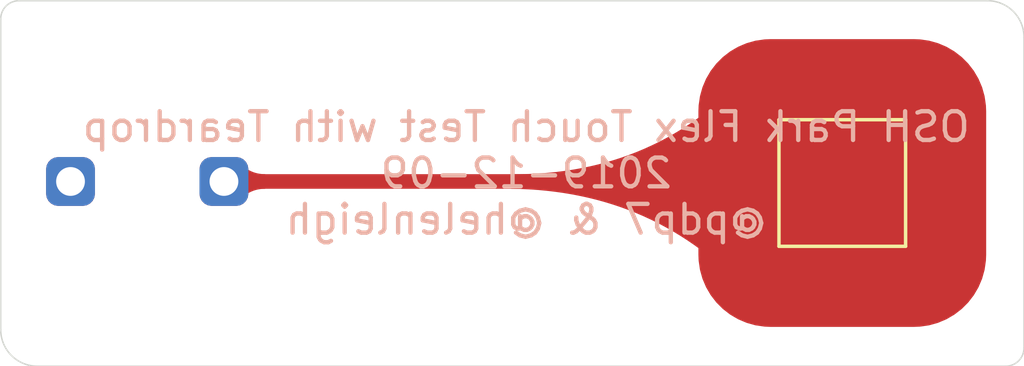
<source format=kicad_pcb>
(kicad_pcb (version 20171130) (host pcbnew 5.1.4-e60b266~84~ubuntu19.04.1)

  (general
    (thickness 1.6)
    (drawings 9)
    (tracks 2)
    (zones 0)
    (modules 3)
    (nets 3)
  )

  (page A4)
  (layers
    (0 F.Cu signal)
    (31 B.Cu signal)
    (32 B.Adhes user)
    (33 F.Adhes user)
    (34 B.Paste user)
    (35 F.Paste user)
    (36 B.SilkS user)
    (37 F.SilkS user)
    (38 B.Mask user)
    (39 F.Mask user)
    (40 Dwgs.User user)
    (41 Cmts.User user)
    (42 Eco1.User user)
    (43 Eco2.User user)
    (44 Edge.Cuts user)
    (45 Margin user)
    (46 B.CrtYd user hide)
    (47 F.CrtYd user hide)
    (48 B.Fab user hide)
    (49 F.Fab user hide)
  )

  (setup
    (last_trace_width 0.25)
    (trace_clearance 0.2)
    (zone_clearance 0.508)
    (zone_45_only no)
    (trace_min 0.2)
    (via_size 0.8)
    (via_drill 0.4)
    (via_min_size 0.4)
    (via_min_drill 0.3)
    (uvia_size 0.3)
    (uvia_drill 0.1)
    (uvias_allowed no)
    (uvia_min_size 0.2)
    (uvia_min_drill 0.1)
    (edge_width 0.05)
    (segment_width 0.2)
    (pcb_text_width 0.3)
    (pcb_text_size 1.5 1.5)
    (mod_edge_width 0.12)
    (mod_text_size 1 1)
    (mod_text_width 0.15)
    (pad_size 1.7 1.7)
    (pad_drill 1)
    (pad_to_mask_clearance 0.051)
    (solder_mask_min_width 0.25)
    (aux_axis_origin 0 0)
    (visible_elements FFFFFF7F)
    (pcbplotparams
      (layerselection 0x010fc_ffffffff)
      (usegerberextensions false)
      (usegerberattributes false)
      (usegerberadvancedattributes false)
      (creategerberjobfile false)
      (excludeedgelayer true)
      (linewidth 0.100000)
      (plotframeref false)
      (viasonmask false)
      (mode 1)
      (useauxorigin false)
      (hpglpennumber 1)
      (hpglpenspeed 20)
      (hpglpendiameter 15.000000)
      (psnegative false)
      (psa4output false)
      (plotreference true)
      (plotvalue true)
      (plotinvisibletext false)
      (padsonsilk false)
      (subtractmaskfromsilk false)
      (outputformat 1)
      (mirror false)
      (drillshape 1)
      (scaleselection 1)
      (outputdirectory ""))
  )

  (net 0 "")
  (net 1 "Net-(J1-Pad1)")
  (net 2 "Net-(J2-Pad1)")

  (net_class Default "This is the default net class."
    (clearance 0.2)
    (trace_width 0.25)
    (via_dia 0.8)
    (via_drill 0.4)
    (uvia_dia 0.3)
    (uvia_drill 0.1)
    (add_net "Net-(J1-Pad1)")
    (add_net "Net-(J2-Pad1)")
  )

  (module touch:TestPoint_Pad_4.0x4.0mm (layer F.Cu) (tedit 5DEB434B) (tstamp 5CFE6F5B)
    (at 134.65556 55.86476)
    (descr "SMD rectangular pad as test Point, square 4.0mm side length")
    (tags "test point SMD pad rectangle square")
    (path /5CFD8ABE)
    (attr virtual)
    (fp_text reference TP1 (at 0 -2.898) (layer F.SilkS) hide
      (effects (font (size 1 1) (thickness 0.15)))
    )
    (fp_text value TestPoint (at 0 3.1) (layer F.Fab)
      (effects (font (size 1 1) (thickness 0.15)))
    )
    (fp_text user %R (at 0 -2.9) (layer F.Fab)
      (effects (font (size 1 1) (thickness 0.15)))
    )
    (fp_line (start -2.2 -2.2) (end 2.2 -2.2) (layer F.SilkS) (width 0.12))
    (fp_line (start 2.2 -2.2) (end 2.2 2.2) (layer F.SilkS) (width 0.12))
    (fp_line (start 2.2 2.2) (end -2.2 2.2) (layer F.SilkS) (width 0.12))
    (fp_line (start -2.2 2.2) (end -2.2 -2.2) (layer F.SilkS) (width 0.12))
    (fp_line (start -2.5 -2.5) (end 2.5 -2.5) (layer F.CrtYd) (width 0.05))
    (fp_line (start -2.5 -2.5) (end -2.5 2.5) (layer F.CrtYd) (width 0.05))
    (fp_line (start 2.5 2.5) (end 2.5 -2.5) (layer F.CrtYd) (width 0.05))
    (fp_line (start 2.5 2.5) (end -2.5 2.5) (layer F.CrtYd) (width 0.05))
    (pad 1 smd roundrect (at 0 0) (size 10 10) (layers F.Cu F.Mask) (roundrect_rratio 0.25)
      (net 1 "Net-(J1-Pad1)"))
  )

  (module Connector_PinSocket_2.54mm:PinSocket_1x01_P2.54mm_Vertical (layer F.Cu) (tedit 5DED2E95) (tstamp 5CFE6D3B)
    (at 113.16716 55.81142)
    (descr "Through hole straight socket strip, 1x01, 2.54mm pitch, single row (from Kicad 4.0.7), script generated")
    (tags "Through hole socket strip THT 1x01 2.54mm single row")
    (path /5D02263C)
    (fp_text reference J1 (at 0 -2.77) (layer F.SilkS) hide
      (effects (font (size 1 1) (thickness 0.15)))
    )
    (fp_text value Conn_01x01_Female (at 0 2.77) (layer F.Fab) hide
      (effects (font (size 1 1) (thickness 0.15)))
    )
    (fp_text user %R (at 0 0) (layer F.Fab)
      (effects (font (size 1 1) (thickness 0.15)))
    )
    (fp_line (start -1.8 1.75) (end -1.8 -1.8) (layer F.CrtYd) (width 0.05))
    (fp_line (start 1.75 1.75) (end -1.8 1.75) (layer F.CrtYd) (width 0.05))
    (fp_line (start 1.75 -1.8) (end 1.75 1.75) (layer F.CrtYd) (width 0.05))
    (fp_line (start -1.8 -1.8) (end 1.75 -1.8) (layer F.CrtYd) (width 0.05))
    (fp_line (start -1.27 1.27) (end -1.27 -1.27) (layer F.Fab) (width 0.1))
    (fp_line (start 1.27 1.27) (end -1.27 1.27) (layer F.Fab) (width 0.1))
    (fp_line (start 1.27 -0.635) (end 1.27 1.27) (layer F.Fab) (width 0.1))
    (fp_line (start 0.635 -1.27) (end 1.27 -0.635) (layer F.Fab) (width 0.1))
    (fp_line (start -1.27 -1.27) (end 0.635 -1.27) (layer F.Fab) (width 0.1))
    (pad 1 thru_hole roundrect (at 0 0) (size 1.7 1.7) (drill 1) (layers *.Cu *.Mask) (roundrect_rratio 0.25)
      (net 1 "Net-(J1-Pad1)"))
    (model ${KISYS3DMOD}/Connector_PinSocket_2.54mm.3dshapes/PinSocket_1x01_P2.54mm_Vertical.wrl
      (at (xyz 0 0 0))
      (scale (xyz 1 1 1))
      (rotate (xyz 0 0 0))
    )
  )

  (module Connector_PinSocket_2.54mm:PinSocket_1x01_P2.54mm_Vertical (layer F.Cu) (tedit 5DED2F5D) (tstamp 5CFE6E7A)
    (at 107.8357 55.81142)
    (descr "Through hole straight socket strip, 1x01, 2.54mm pitch, single row (from Kicad 4.0.7), script generated")
    (tags "Through hole socket strip THT 1x01 2.54mm single row")
    (path /5D0239F0)
    (fp_text reference J2 (at 0 -2.77) (layer F.SilkS) hide
      (effects (font (size 1 1) (thickness 0.15)))
    )
    (fp_text value Conn_01x01_Female (at 0 2.77) (layer F.Fab) hide
      (effects (font (size 1 1) (thickness 0.15)))
    )
    (fp_text user %R (at 0 0) (layer F.Fab)
      (effects (font (size 1 1) (thickness 0.15)))
    )
    (fp_line (start -1.8 1.75) (end -1.8 -1.8) (layer F.CrtYd) (width 0.05))
    (fp_line (start 1.75 1.75) (end -1.8 1.75) (layer F.CrtYd) (width 0.05))
    (fp_line (start 1.75 -1.8) (end 1.75 1.75) (layer F.CrtYd) (width 0.05))
    (fp_line (start -1.8 -1.8) (end 1.75 -1.8) (layer F.CrtYd) (width 0.05))
    (fp_line (start -1.27 1.27) (end -1.27 -1.27) (layer F.Fab) (width 0.1))
    (fp_line (start 1.27 1.27) (end -1.27 1.27) (layer F.Fab) (width 0.1))
    (fp_line (start 1.27 -0.635) (end 1.27 1.27) (layer F.Fab) (width 0.1))
    (fp_line (start 0.635 -1.27) (end 1.27 -0.635) (layer F.Fab) (width 0.1))
    (fp_line (start -1.27 -1.27) (end 0.635 -1.27) (layer F.Fab) (width 0.1))
    (pad 1 thru_hole roundrect (at 0 0) (size 1.7 1.7) (drill 1) (layers *.Cu *.Mask) (roundrect_rratio 0.25)
      (net 2 "Net-(J2-Pad1)"))
    (model ${KISYS3DMOD}/Connector_PinSocket_2.54mm.3dshapes/PinSocket_1x01_P2.54mm_Vertical.wrl
      (at (xyz 0 0 0))
      (scale (xyz 1 1 1))
      (rotate (xyz 0 0 0))
    )
  )

  (gr_line (start 105.41 50.165) (end 105.41 60.96) (layer Edge.Cuts) (width 0.05) (tstamp 5DED5A45))
  (gr_line (start 140.97 61.595) (end 140.97 50.8) (layer Edge.Cuts) (width 0.05) (tstamp 5DED5A31))
  (gr_arc (start 140.335 61.595) (end 140.335 62.23) (angle -90) (layer Edge.Cuts) (width 0.05) (tstamp 5DED5A0B))
  (gr_line (start 140.335 62.23) (end 106.68 62.23) (layer Edge.Cuts) (width 0.05) (tstamp 5DED5A0A))
  (gr_arc (start 106.68 60.96) (end 105.41 60.96) (angle -90) (layer Edge.Cuts) (width 0.05) (tstamp 5DED5A09))
  (gr_line (start 106.045 49.53) (end 139.7 49.53) (layer Edge.Cuts) (width 0.05) (tstamp 5DED59F8))
  (gr_arc (start 106.045 50.165) (end 106.045 49.53) (angle -90) (layer Edge.Cuts) (width 0.05))
  (gr_arc (start 139.7 50.8) (end 140.97 50.8) (angle -90) (layer Edge.Cuts) (width 0.05))
  (gr_text "OSH Park Flex Touch Test with Teardrop\n2019-12-09\n@pdp7 & @helenleigh" (at 123.6726 55.5244) (layer B.SilkS)
    (effects (font (size 1 1) (thickness 0.15)) (justify mirror))
  )

  (segment (start 134.60222 55.81142) (end 134.65556 55.86476) (width 0.25) (layer F.Cu) (net 1))
  (segment (start 113.16716 55.81142) (end 134.60222 55.81142) (width 0.508) (layer F.Cu) (net 1))

  (zone (net 1) (net_name "Net-(J1-Pad1)") (layer F.Cu) (tstamp 0) (hatch edge 0.508)
    (priority 16962)
    (connect_pads yes (clearance 0.2))
    (min_thickness 0.0254)
    (fill yes (arc_segments 32) (thermal_gap 0.508) (thermal_bridge_width 0.508))
    (polygon
      (pts
        (xy 114.606023 55.55742) (xy 114.573031 55.557041) (xy 114.540402 55.555904) (xy 114.508137 55.55401) (xy 114.476234 55.551358)
        (xy 114.444695 55.547948) (xy 114.413518 55.54378) (xy 114.382705 55.538854) (xy 114.352254 55.533171) (xy 114.322167 55.52673)
        (xy 114.292442 55.519531) (xy 114.263081 55.511574) (xy 114.234082 55.50286) (xy 114.205447 55.493388) (xy 114.177174 55.483158)
        (xy 114.149265 55.47217) (xy 114.121718 55.460424) (xy 114.094534 55.447921) (xy 114.067714 55.43466) (xy 114.041256 55.420641)
        (xy 114.015162 55.405864) (xy 113.98943 55.39033) (xy 113.964061 55.374038) (xy 113.939056 55.356988) (xy 113.914413 55.33918)
        (xy 113.890134 55.320614) (xy 113.866217 55.301291) (xy 113.842663 55.28121) (xy 113.819473 55.260371) (xy 113.796645 55.238774)
        (xy 113.774181 55.21642) (xy 112.74216 55.81142) (xy 113.774181 56.40642) (xy 113.796645 56.384065) (xy 113.819473 56.362468)
        (xy 113.842663 56.341629) (xy 113.866217 56.321548) (xy 113.890134 56.302225) (xy 113.914413 56.283659) (xy 113.939056 56.265851)
        (xy 113.964061 56.248801) (xy 113.98943 56.232509) (xy 114.015162 56.216975) (xy 114.041256 56.202198) (xy 114.067714 56.188179)
        (xy 114.094534 56.174918) (xy 114.121718 56.162415) (xy 114.149265 56.150669) (xy 114.177174 56.139681) (xy 114.205447 56.129451)
        (xy 114.234082 56.119979) (xy 114.263081 56.111265) (xy 114.292442 56.103308) (xy 114.322167 56.096109) (xy 114.352254 56.089668)
        (xy 114.382705 56.083985) (xy 114.413518 56.079059) (xy 114.444695 56.074891) (xy 114.476234 56.071481) (xy 114.508137 56.068829)
        (xy 114.540402 56.066935) (xy 114.573031 56.065798) (xy 114.606023 56.06542)
      )
    )
    (filled_polygon
      (pts
        (xy 113.787687 55.247776) (xy 113.787917 55.248) (xy 113.810745 55.269597) (xy 113.810984 55.269817) (xy 113.834174 55.290656)
        (xy 113.834424 55.290874) (xy 113.857978 55.310955) (xy 113.858236 55.31117) (xy 113.882153 55.330493) (xy 113.882419 55.330702)
        (xy 113.906698 55.349268) (xy 113.906974 55.349474) (xy 113.931617 55.367282) (xy 113.931901 55.367481) (xy 113.956906 55.384531)
        (xy 113.957198 55.384724) (xy 113.982567 55.401016) (xy 113.982866 55.401202) (xy 114.008598 55.416736) (xy 114.008904 55.416915)
        (xy 114.034998 55.431692) (xy 114.03531 55.431863) (xy 114.061768 55.445882) (xy 114.062085 55.446044) (xy 114.088905 55.459305)
        (xy 114.089227 55.459459) (xy 114.116411 55.471962) (xy 114.116737 55.472106) (xy 114.144284 55.483852) (xy 114.144613 55.483987)
        (xy 114.172522 55.494975) (xy 114.172853 55.4951) (xy 114.201126 55.50533) (xy 114.201459 55.505445) (xy 114.230094 55.514917)
        (xy 114.230427 55.515023) (xy 114.259426 55.523737) (xy 114.259759 55.523832) (xy 114.28912 55.531789) (xy 114.289453 55.531874)
        (xy 114.319178 55.539073) (xy 114.319508 55.539149) (xy 114.349595 55.54559) (xy 114.349924 55.545655) (xy 114.380375 55.551338)
        (xy 114.3807 55.551395) (xy 114.411513 55.556321) (xy 114.411835 55.556368) (xy 114.443012 55.560536) (xy 114.44333 55.560574)
        (xy 114.474869 55.563984) (xy 114.475182 55.564014) (xy 114.507085 55.566666) (xy 114.507393 55.566688) (xy 114.539658 55.568582)
        (xy 114.53996 55.568596) (xy 114.572589 55.569733) (xy 114.572885 55.56974) (xy 114.593323 55.569975) (xy 114.593323 56.052865)
        (xy 114.572886 56.053099) (xy 114.572589 56.053106) (xy 114.53996 56.054243) (xy 114.539658 56.054257) (xy 114.507393 56.056151)
        (xy 114.507085 56.056173) (xy 114.475182 56.058825) (xy 114.474869 56.058855) (xy 114.44333 56.062265) (xy 114.443012 56.062303)
        (xy 114.411835 56.066471) (xy 114.411513 56.066518) (xy 114.3807 56.071444) (xy 114.380375 56.071501) (xy 114.349924 56.077184)
        (xy 114.349595 56.077249) (xy 114.319508 56.08369) (xy 114.319178 56.083766) (xy 114.289453 56.090965) (xy 114.28912 56.09105)
        (xy 114.259759 56.099007) (xy 114.259426 56.099102) (xy 114.230427 56.107816) (xy 114.230094 56.107922) (xy 114.201459 56.117394)
        (xy 114.201126 56.117509) (xy 114.172853 56.127739) (xy 114.172522 56.127864) (xy 114.144613 56.138852) (xy 114.144284 56.138987)
        (xy 114.116737 56.150733) (xy 114.116411 56.150877) (xy 114.089227 56.16338) (xy 114.088905 56.163534) (xy 114.062085 56.176795)
        (xy 114.061768 56.176957) (xy 114.03531 56.190976) (xy 114.034998 56.191147) (xy 114.008904 56.205924) (xy 114.008598 56.206103)
        (xy 113.982866 56.221637) (xy 113.982567 56.221823) (xy 113.957198 56.238115) (xy 113.956906 56.238308) (xy 113.931901 56.255358)
        (xy 113.931617 56.255557) (xy 113.906974 56.273365) (xy 113.906698 56.273571) (xy 113.882419 56.292137) (xy 113.882153 56.292346)
        (xy 113.858236 56.311669) (xy 113.857978 56.311884) (xy 113.834424 56.331965) (xy 113.834174 56.332183) (xy 113.810984 56.353022)
        (xy 113.810745 56.353242) (xy 113.787917 56.374839) (xy 113.787687 56.375063) (xy 113.772108 56.390566) (xy 112.767586 55.81142)
        (xy 113.772109 55.232274)
      )
    )
  )
  (zone (net 1) (net_name "Net-(J1-Pad1)") (layer F.Cu) (tstamp 0) (hatch edge 0.508)
    (priority 16962)
    (connect_pads yes (clearance 0.2))
    (min_thickness 0.0254)
    (fill yes (arc_segments 32) (thermal_gap 0.508) (thermal_bridge_width 0.508))
    (polygon
      (pts
        (xy 123.144427 56.06542) (xy 123.459921 56.072523) (xy 123.771911 56.086721) (xy 124.080397 56.108014) (xy 124.385379 56.136402)
        (xy 124.686856 56.171884) (xy 124.984828 56.214462) (xy 125.279296 56.264134) (xy 125.57026 56.320901) (xy 125.857719 56.384762)
        (xy 126.141674 56.455719) (xy 126.422125 56.53377) (xy 126.699071 56.618917) (xy 126.972513 56.711158) (xy 127.24245 56.810493)
        (xy 127.508883 56.916924) (xy 127.771811 57.030449) (xy 128.031235 57.15107) (xy 128.287155 57.278785) (xy 128.53957 57.413594)
        (xy 128.788481 57.555499) (xy 129.033887 57.704498) (xy 129.275789 57.860593) (xy 129.514187 58.023782) (xy 129.74908 58.194066)
        (xy 129.980468 58.371444) (xy 130.208353 58.555918) (xy 130.432732 58.747486) (xy 130.653608 58.946149) (xy 130.870979 59.151907)
        (xy 131.084846 59.36476) (xy 137.15556 55.86476) (xy 131.084846 52.36476) (xy 130.870979 52.577494) (xy 130.653608 52.782896)
        (xy 130.432732 52.980966) (xy 130.208353 53.171705) (xy 129.980468 53.355111) (xy 129.74908 53.531186) (xy 129.514187 53.699929)
        (xy 129.275789 53.86134) (xy 129.033887 54.015419) (xy 128.788481 54.162167) (xy 128.53957 54.301582) (xy 128.287155 54.433666)
        (xy 128.031235 54.558417) (xy 127.771811 54.675837) (xy 127.508883 54.785925) (xy 127.24245 54.888681) (xy 126.972513 54.984105)
        (xy 126.699071 55.072198) (xy 126.422125 55.152958) (xy 126.141674 55.226387) (xy 125.857719 55.292483) (xy 125.57026 55.351248)
        (xy 125.279296 55.402681) (xy 124.984828 55.446782) (xy 124.686856 55.483551) (xy 124.385379 55.512989) (xy 124.080397 55.535094)
        (xy 123.771911 55.549868) (xy 123.459921 55.55731) (xy 123.144427 55.55742)
      )
    )
    (filled_polygon
      (pts
        (xy 137.130134 55.86476) (xy 131.08692 59.348905) (xy 130.879938 59.142905) (xy 130.87971 59.142684) (xy 130.662339 58.936926)
        (xy 130.662101 58.936706) (xy 130.441225 58.738043) (xy 130.440978 58.737827) (xy 130.216599 58.546259) (xy 130.216344 58.546047)
        (xy 129.988459 58.361573) (xy 129.988195 58.361365) (xy 129.756807 58.183987) (xy 129.756534 58.183784) (xy 129.521641 58.0135)
        (xy 129.521361 58.013302) (xy 129.282963 57.850113) (xy 129.282675 57.849922) (xy 129.040773 57.693827) (xy 129.040478 57.693642)
        (xy 128.795072 57.544643) (xy 128.794771 57.544466) (xy 128.54586 57.402561) (xy 128.545553 57.402392) (xy 128.293138 57.267583)
        (xy 128.292826 57.267421) (xy 128.036906 57.139706) (xy 128.036589 57.139554) (xy 127.777165 57.018933) (xy 127.776845 57.018789)
        (xy 127.513917 56.905264) (xy 127.513594 56.90513) (xy 127.247161 56.798699) (xy 127.246836 56.798574) (xy 126.976899 56.699239)
        (xy 126.976572 56.699124) (xy 126.70313 56.606883) (xy 126.702803 56.606778) (xy 126.425857 56.521631) (xy 126.42553 56.521535)
        (xy 126.145079 56.443484) (xy 126.144753 56.443398) (xy 125.860798 56.372441) (xy 125.860473 56.372364) (xy 125.573014 56.308503)
        (xy 125.572692 56.308436) (xy 125.281728 56.251669) (xy 125.281408 56.251611) (xy 124.98694 56.201939) (xy 124.986624 56.20189)
        (xy 124.688652 56.159312) (xy 124.68834 56.159271) (xy 124.386863 56.123789) (xy 124.386556 56.123757) (xy 124.081574 56.095369)
        (xy 124.081272 56.095344) (xy 123.772786 56.074051) (xy 123.772488 56.074034) (xy 123.460498 56.059836) (xy 123.460207 56.059826)
        (xy 123.157127 56.053002) (xy 123.157127 55.570116) (xy 123.459925 55.57001) (xy 123.460224 55.570006) (xy 123.772214 55.562564)
        (xy 123.772519 55.562553) (xy 124.081005 55.547779) (xy 124.081315 55.547761) (xy 124.386297 55.525656) (xy 124.386613 55.525629)
        (xy 124.68809 55.496191) (xy 124.688411 55.496155) (xy 124.986383 55.459386) (xy 124.986709 55.459342) (xy 125.281177 55.415241)
        (xy 125.281507 55.415187) (xy 125.572471 55.363754) (xy 125.572804 55.363691) (xy 125.860263 55.304926) (xy 125.860598 55.304852)
        (xy 126.144553 55.238756) (xy 126.144891 55.238673) (xy 126.425342 55.165244) (xy 126.42568 55.16515) (xy 126.702626 55.08439)
        (xy 126.702965 55.084286) (xy 126.976407 54.996193) (xy 126.976746 54.996079) (xy 127.246683 54.900655) (xy 127.24702 54.90053)
        (xy 127.513453 54.797774) (xy 127.513788 54.79764) (xy 127.776716 54.687552) (xy 127.777048 54.687407) (xy 128.036472 54.569987)
        (xy 128.0368 54.569833) (xy 128.29272 54.445082) (xy 128.293043 54.444919) (xy 128.545458 54.312835) (xy 128.545776 54.312662)
        (xy 128.794687 54.173247) (xy 128.794999 54.173067) (xy 129.040405 54.026319) (xy 129.04071 54.026131) (xy 129.282612 53.872052)
        (xy 129.282909 53.871856) (xy 129.521307 53.710445) (xy 129.521597 53.710243) (xy 129.75649 53.5415) (xy 129.756771 53.541293)
        (xy 129.988159 53.365218) (xy 129.988431 53.365005) (xy 130.216316 53.181599) (xy 130.216579 53.181381) (xy 130.440958 52.990642)
        (xy 130.441211 52.990421) (xy 130.662087 52.792351) (xy 130.662331 52.792127) (xy 130.879702 52.586725) (xy 130.879935 52.586498)
        (xy 131.086917 52.380613)
      )
    )
  )
)

</source>
